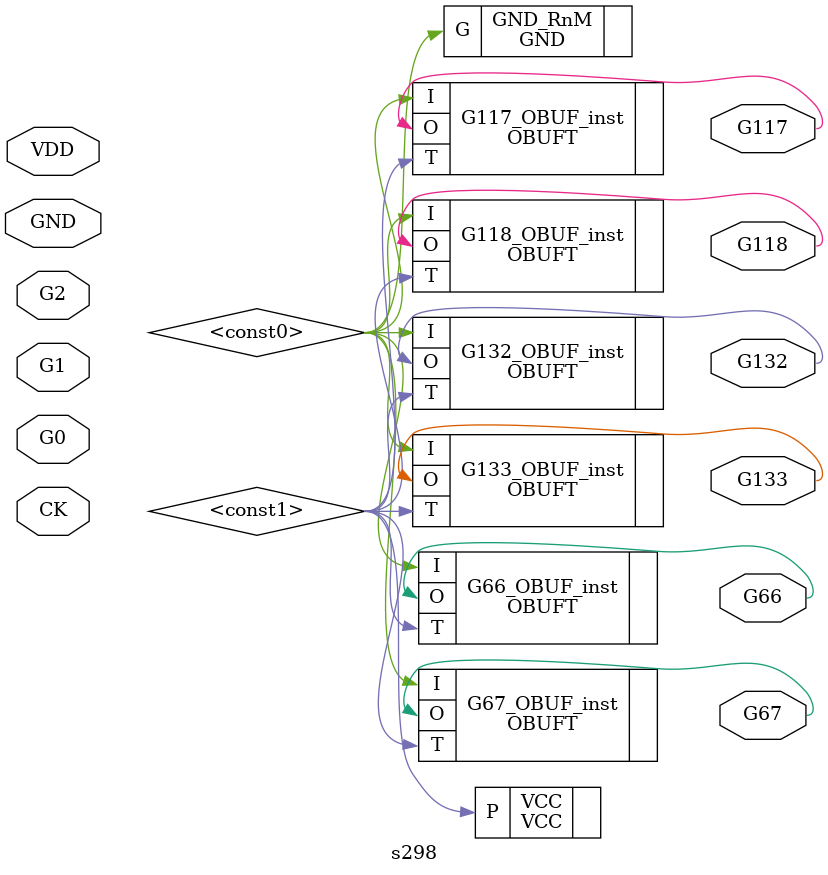
<source format=v>
`timescale 1 ps / 1 ps

(* STRUCTURAL_NETLIST = "yes" *)
module s298
   (GND,
    VDD,
    CK,
    G0,
    G1,
    G117,
    G118,
    G132,
    G133,
    G2,
    G66,
    G67);
  input GND;
  input VDD;
  input CK;
  input G0;
  input G1;
  output G117;
  output G118;
  output G132;
  output G133;
  input G2;
  output G66;
  output G67;

  wire \<const0> ;
  wire \<const1> ;
  wire G117;
  wire G118;
  wire G132;
  wire G133;
  wire G66;
  wire G67;

  OBUFT G117_OBUF_inst
       (.I(\<const0> ),
        .O(G117),
        .T(\<const1> ));
  OBUFT G118_OBUF_inst
       (.I(\<const0> ),
        .O(G118),
        .T(\<const1> ));
  OBUFT G132_OBUF_inst
       (.I(\<const0> ),
        .O(G132),
        .T(\<const1> ));
  OBUFT G133_OBUF_inst
       (.I(\<const0> ),
        .O(G133),
        .T(\<const1> ));
  OBUFT G66_OBUF_inst
       (.I(\<const0> ),
        .O(G66),
        .T(\<const1> ));
  OBUFT G67_OBUF_inst
       (.I(\<const0> ),
        .O(G67),
        .T(\<const1> ));
  GND GND_RnM
       (.G(\<const0> ));
  VCC VCC
       (.P(\<const1> ));
endmodule

</source>
